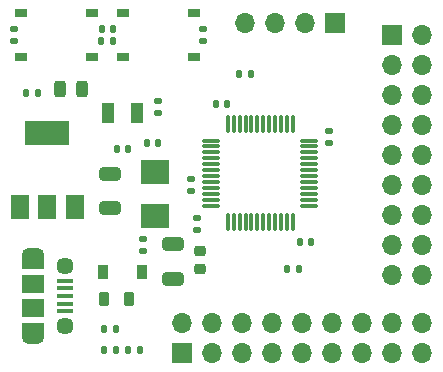
<source format=gbr>
%TF.GenerationSoftware,KiCad,Pcbnew,(6.0.7)*%
%TF.CreationDate,2022-09-12T19:53:54+08:00*%
%TF.ProjectId,STM32Breakout,53544d33-3242-4726-9561-6b6f75742e6b,rev?*%
%TF.SameCoordinates,Original*%
%TF.FileFunction,Soldermask,Top*%
%TF.FilePolarity,Negative*%
%FSLAX46Y46*%
G04 Gerber Fmt 4.6, Leading zero omitted, Abs format (unit mm)*
G04 Created by KiCad (PCBNEW (6.0.7)) date 2022-09-12 19:53:54*
%MOMM*%
%LPD*%
G01*
G04 APERTURE LIST*
G04 Aperture macros list*
%AMRoundRect*
0 Rectangle with rounded corners*
0 $1 Rounding radius*
0 $2 $3 $4 $5 $6 $7 $8 $9 X,Y pos of 4 corners*
0 Add a 4 corners polygon primitive as box body*
4,1,4,$2,$3,$4,$5,$6,$7,$8,$9,$2,$3,0*
0 Add four circle primitives for the rounded corners*
1,1,$1+$1,$2,$3*
1,1,$1+$1,$4,$5*
1,1,$1+$1,$6,$7*
1,1,$1+$1,$8,$9*
0 Add four rect primitives between the rounded corners*
20,1,$1+$1,$2,$3,$4,$5,0*
20,1,$1+$1,$4,$5,$6,$7,0*
20,1,$1+$1,$6,$7,$8,$9,0*
20,1,$1+$1,$8,$9,$2,$3,0*%
G04 Aperture macros list end*
%ADD10RoundRect,0.140000X0.140000X0.170000X-0.140000X0.170000X-0.140000X-0.170000X0.140000X-0.170000X0*%
%ADD11RoundRect,0.218750X-0.218750X-0.381250X0.218750X-0.381250X0.218750X0.381250X-0.218750X0.381250X0*%
%ADD12RoundRect,0.140000X0.170000X-0.140000X0.170000X0.140000X-0.170000X0.140000X-0.170000X-0.140000X0*%
%ADD13RoundRect,0.218750X0.256250X-0.218750X0.256250X0.218750X-0.256250X0.218750X-0.256250X-0.218750X0*%
%ADD14RoundRect,0.135000X0.135000X0.185000X-0.135000X0.185000X-0.135000X-0.185000X0.135000X-0.185000X0*%
%ADD15RoundRect,0.250000X0.650000X-0.325000X0.650000X0.325000X-0.650000X0.325000X-0.650000X-0.325000X0*%
%ADD16R,1.350000X0.400000*%
%ADD17R,1.900000X1.500000*%
%ADD18C,1.450000*%
%ADD19O,1.900000X1.200000*%
%ADD20R,1.900000X1.200000*%
%ADD21R,1.700000X1.700000*%
%ADD22O,1.700000X1.700000*%
%ADD23RoundRect,0.135000X-0.135000X-0.185000X0.135000X-0.185000X0.135000X0.185000X-0.135000X0.185000X0*%
%ADD24R,1.000000X0.750000*%
%ADD25RoundRect,0.250000X-0.650000X0.325000X-0.650000X-0.325000X0.650000X-0.325000X0.650000X0.325000X0*%
%ADD26R,1.000000X1.800000*%
%ADD27RoundRect,0.135000X-0.185000X0.135000X-0.185000X-0.135000X0.185000X-0.135000X0.185000X0.135000X0*%
%ADD28RoundRect,0.140000X-0.170000X0.140000X-0.170000X-0.140000X0.170000X-0.140000X0.170000X0.140000X0*%
%ADD29RoundRect,0.243750X0.243750X0.456250X-0.243750X0.456250X-0.243750X-0.456250X0.243750X-0.456250X0*%
%ADD30R,2.400000X2.000000*%
%ADD31R,1.500000X2.000000*%
%ADD32R,3.800000X2.000000*%
%ADD33RoundRect,0.140000X-0.140000X-0.170000X0.140000X-0.170000X0.140000X0.170000X-0.140000X0.170000X0*%
%ADD34RoundRect,0.075000X-0.662500X-0.075000X0.662500X-0.075000X0.662500X0.075000X-0.662500X0.075000X0*%
%ADD35RoundRect,0.075000X-0.075000X-0.662500X0.075000X-0.662500X0.075000X0.662500X-0.075000X0.662500X0*%
%ADD36RoundRect,0.135000X0.185000X-0.135000X0.185000X0.135000X-0.185000X0.135000X-0.185000X-0.135000X0*%
%ADD37R,0.900000X1.200000*%
G04 APERTURE END LIST*
D10*
%TO.C,C12*%
X89634000Y-94234000D03*
X88674000Y-94234000D03*
%TD*%
D11*
%TO.C,FB1*%
X85043500Y-107442000D03*
X87168500Y-107442000D03*
%TD*%
D12*
%TO.C,C14*%
X93472000Y-85570000D03*
X93472000Y-84610000D03*
%TD*%
D13*
%TO.C,D3*%
X93218000Y-104927500D03*
X93218000Y-103352500D03*
%TD*%
D14*
%TO.C,R7*%
X86106000Y-109982000D03*
X85086000Y-109982000D03*
%TD*%
%TO.C,R2*%
X101602000Y-104902000D03*
X100582000Y-104902000D03*
%TD*%
D12*
%TO.C,C11*%
X89662000Y-91666000D03*
X89662000Y-90706000D03*
%TD*%
D15*
%TO.C,C2*%
X90932000Y-105742000D03*
X90932000Y-102792000D03*
%TD*%
D16*
%TO.C,J1*%
X81726500Y-105888000D03*
X81726500Y-106538000D03*
X81726500Y-107188000D03*
X81726500Y-107838000D03*
X81726500Y-108488000D03*
D17*
X79026500Y-106188000D03*
D18*
X81726500Y-104688000D03*
X81726500Y-109688000D03*
D19*
X79026500Y-103688000D03*
D20*
X79026500Y-110088000D03*
D19*
X79026500Y-110688000D03*
D17*
X79026500Y-108188000D03*
D20*
X79026500Y-104288000D03*
%TD*%
D21*
%TO.C,J4*%
X104648000Y-84074000D03*
D22*
X102108000Y-84074000D03*
X99568000Y-84074000D03*
X97028000Y-84074000D03*
%TD*%
D23*
%TO.C,R4*%
X84834000Y-85598000D03*
X85854000Y-85598000D03*
%TD*%
D10*
%TO.C,C6*%
X102588000Y-102616000D03*
X101628000Y-102616000D03*
%TD*%
D24*
%TO.C,S1*%
X78026000Y-83215000D03*
X84026000Y-83215000D03*
X78026000Y-86965000D03*
X84026000Y-86965000D03*
%TD*%
D23*
%TO.C,R6*%
X85088000Y-111760000D03*
X86108000Y-111760000D03*
%TD*%
D25*
%TO.C,C1*%
X85598000Y-96823000D03*
X85598000Y-99773000D03*
%TD*%
D26*
%TO.C,Y2*%
X87864000Y-91694000D03*
X85364000Y-91694000D03*
%TD*%
D27*
%TO.C,R9*%
X92964000Y-100582000D03*
X92964000Y-101602000D03*
%TD*%
D28*
%TO.C,C4*%
X104140000Y-93246000D03*
X104140000Y-94206000D03*
%TD*%
D29*
%TO.C,D2*%
X83233500Y-89662000D03*
X81358500Y-89662000D03*
%TD*%
D10*
%TO.C,C9*%
X87122000Y-94742000D03*
X86162000Y-94742000D03*
%TD*%
D23*
%TO.C,R1*%
X96518000Y-88392000D03*
X97538000Y-88392000D03*
%TD*%
D30*
%TO.C,Y1*%
X89408000Y-96702000D03*
X89408000Y-100402000D03*
%TD*%
D31*
%TO.C,U1*%
X77964000Y-99670000D03*
X80264000Y-99670000D03*
D32*
X80264000Y-93370000D03*
D31*
X82564000Y-99670000D03*
%TD*%
D24*
%TO.C,S2*%
X92662000Y-86965000D03*
X86662000Y-86965000D03*
X92662000Y-83215000D03*
X86662000Y-83215000D03*
%TD*%
D33*
%TO.C,C13*%
X84864000Y-84582000D03*
X85824000Y-84582000D03*
%TD*%
D34*
%TO.C,U2*%
X94135500Y-94024000D03*
X94135500Y-94524000D03*
X94135500Y-95024000D03*
X94135500Y-95524000D03*
X94135500Y-96024000D03*
X94135500Y-96524000D03*
X94135500Y-97024000D03*
X94135500Y-97524000D03*
X94135500Y-98024000D03*
X94135500Y-98524000D03*
X94135500Y-99024000D03*
X94135500Y-99524000D03*
D35*
X95548000Y-100936500D03*
X96048000Y-100936500D03*
X96548000Y-100936500D03*
X97048000Y-100936500D03*
X97548000Y-100936500D03*
X98048000Y-100936500D03*
X98548000Y-100936500D03*
X99048000Y-100936500D03*
X99548000Y-100936500D03*
X100048000Y-100936500D03*
X100548000Y-100936500D03*
X101048000Y-100936500D03*
D34*
X102460500Y-99524000D03*
X102460500Y-99024000D03*
X102460500Y-98524000D03*
X102460500Y-98024000D03*
X102460500Y-97524000D03*
X102460500Y-97024000D03*
X102460500Y-96524000D03*
X102460500Y-96024000D03*
X102460500Y-95524000D03*
X102460500Y-95024000D03*
X102460500Y-94524000D03*
X102460500Y-94024000D03*
D35*
X101048000Y-92611500D03*
X100548000Y-92611500D03*
X100048000Y-92611500D03*
X99548000Y-92611500D03*
X99048000Y-92611500D03*
X98548000Y-92611500D03*
X98048000Y-92611500D03*
X97548000Y-92611500D03*
X97048000Y-92611500D03*
X96548000Y-92611500D03*
X96048000Y-92611500D03*
X95548000Y-92611500D03*
%TD*%
D28*
%TO.C,C10*%
X88392000Y-102390000D03*
X88392000Y-103350000D03*
%TD*%
D36*
%TO.C,R3*%
X77470000Y-85600000D03*
X77470000Y-84580000D03*
%TD*%
D21*
%TO.C,J2*%
X91704000Y-112019000D03*
D22*
X91704000Y-109479000D03*
X94244000Y-112019000D03*
X94244000Y-109479000D03*
X96784000Y-112019000D03*
X96784000Y-109479000D03*
X99324000Y-112019000D03*
X99324000Y-109479000D03*
X101864000Y-112019000D03*
X101864000Y-109479000D03*
X104404000Y-112019000D03*
X104404000Y-109479000D03*
X106944000Y-112019000D03*
X106944000Y-109479000D03*
X109484000Y-112019000D03*
X109484000Y-109479000D03*
X112024000Y-112019000D03*
X112024000Y-109479000D03*
%TD*%
D33*
%TO.C,C5*%
X94516000Y-90932000D03*
X95476000Y-90932000D03*
%TD*%
D12*
%TO.C,C3*%
X92456000Y-98270000D03*
X92456000Y-97310000D03*
%TD*%
D21*
%TO.C,J3*%
X109474000Y-85090000D03*
D22*
X112014000Y-85090000D03*
X109474000Y-87630000D03*
X112014000Y-87630000D03*
X109474000Y-90170000D03*
X112014000Y-90170000D03*
X109474000Y-92710000D03*
X112014000Y-92710000D03*
X109474000Y-95250000D03*
X112014000Y-95250000D03*
X109474000Y-97790000D03*
X112014000Y-97790000D03*
X109474000Y-100330000D03*
X112014000Y-100330000D03*
X109474000Y-102870000D03*
X112014000Y-102870000D03*
X109474000Y-105410000D03*
X112014000Y-105410000D03*
%TD*%
D23*
%TO.C,R8*%
X78484000Y-90018000D03*
X79504000Y-90018000D03*
%TD*%
%TO.C,R5*%
X87120000Y-111760000D03*
X88140000Y-111760000D03*
%TD*%
D37*
%TO.C,D1*%
X88264000Y-105156000D03*
X84964000Y-105156000D03*
%TD*%
M02*

</source>
